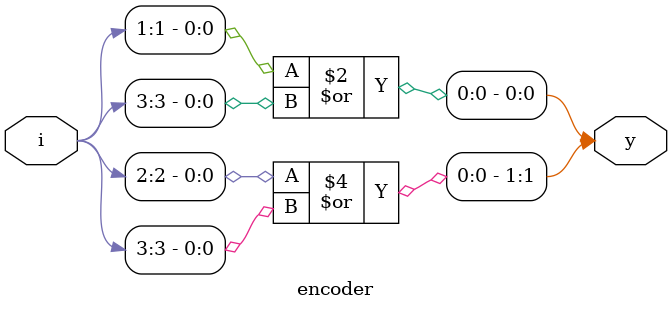
<source format=v>
module encoder(input [3:0]i, output [1:0]y);

    assign y[0]=|i[1]|i[3];
    assign y[1]=|i[2]|i[3];
    
endmodule

</source>
